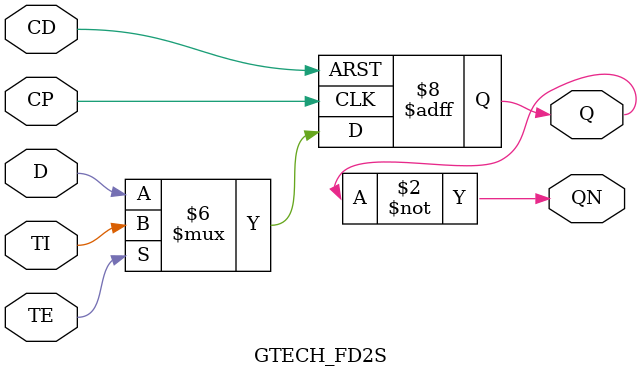
<source format=v>



module GTECH_FD2S (D, CP, TI, TE, CD, Q, QN);  
	input D, CP, CD, TI, TE;
	output Q, QN;

	reg Q, QN;
	
	always @(Q)
        begin
                QN = ~Q;
        end

        always @(posedge CP or negedge CD)
        begin
	    begin
	    	if (!CD)
		    Q = 1'b0;
	        else if (TE)
		    Q = TI;
	    	else
                    Q = D;
	    end
        end
endmodule




</source>
